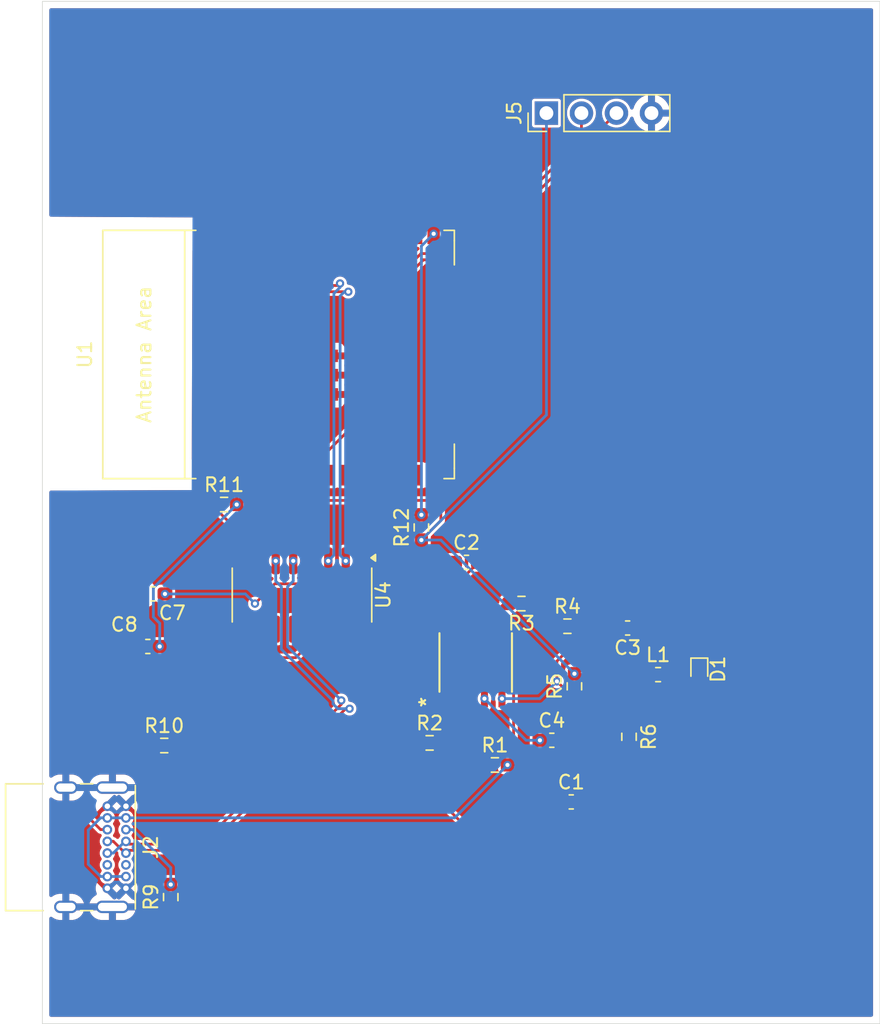
<source format=kicad_pcb>
(kicad_pcb (version 20241229) (generator "pcbnew") (generator_version "9.0")
  (layers (0 "F.Cu" signal) (2 "B.Cu" signal) (13 "F.Paste" user) (15 "B.Paste" user) (5 "F.SilkS" user "F.Silkscreen") (7 "B.SilkS" user "B.Silkscreen") (1 "F.Mask" user) (3 "B.Mask" user) (25 "Edge.Cuts" user))
  (net 0 "")
  (net 3 "VIN")
  (net 4 "GND")
  (net 5 "SW")
  (net 6 "BST")
  (net 7 "+3V3")
  (net 8 "COMP")
  (net 9 "Net-(C4-Pad2)")
  (net 10 "RTS")
  (net 11 "DTR")
  (net 13 "Net-(J2-CC2)")
  (net 14 "D+")
  (net 15 "D-")
  (net 16 "Net-(J2-CC1)")
  (net 17 "EN")
  (net 18 "FREQ")
  (net 19 "Net-(U2-FB)")
  (net 35 "N")
  (net 36 "P")
  (net 43 "unconnected-(U1-GPIO22-Pad36)")
  (net 44 "i2c+")
  (net 45 "i2c-")
  (footprint "MP1584:SOIC8E_MPS_MNP-L" (layer "F.Cu") (at 102.71 95.88 90)
    (property "Reference" "U2" (hide yes))
    (property "Value" "MP1584EN-LF-P")
    (fp_line (start 2.1209 -2.6289) (end -2.1209 -2.6289) (stroke (width 0.1524)) (layer "F.SilkS"))
    (fp_line (start -2.1209 2.6289) (end 2.1209 2.6289) (stroke (width 0.1524)) (layer "F.SilkS"))
    (fp_text user "*" (at -2.87535 -3.556 90) (layer "F.SilkS"))
    (fp_text user "*" (at -2.87535 -3.556 90) (layer "F.SilkS"))
    (pad "1" smd rect (at -2.621351 -1.905 90) (size 1.2549 0.508) (layers "F.Cu" "F.Mask" "F.Paste") (net 5 "SW"))
    (pad "2" smd rect (at -2.621351 -0.635 90) (size 1.2549 0.508) (layers "F.Cu" "F.Mask" "F.Paste") (net 17 "EN"))
    (pad "3" smd rect (at -2.621351 0.635 90) (size 1.2549 0.508) (layers "F.Cu" "F.Mask" "F.Paste") (net 8 "COMP"))
    (pad "4" smd rect (at -2.621351 1.905 90) (size 1.2549 0.508) (layers "F.Cu" "F.Mask" "F.Paste") (net 19 "Net-(U2-FB)"))
    (pad "5" smd rect (at 2.621351 1.905 90) (size 1.2549 0.508) (layers "F.Cu" "F.Mask" "F.Paste") (net 4 "GND"))
    (pad "6" smd rect (at 2.621351 0.635 90) (size 1.2549 0.508) (layers "F.Cu" "F.Mask" "F.Paste") (net 18 "FREQ"))
    (pad "7" smd rect (at 2.621351 -0.635 90) (size 1.2549 0.508) (layers "F.Cu" "F.Mask" "F.Paste") (net 3 "VIN"))
    (pad "8" smd rect (at 2.621351 -1.905 90) (size 1.2549 0.508) (layers "F.Cu" "F.Mask" "F.Paste") (net 6 "BST"))
    (pad "EPAD" smd rect (at 0 0 90) (size 2.5654 3.4544) (layers "F.Cu" "F.Mask"))
  )
  (footprint "Capacitor_SMD:C_0603_1608Metric_Pad1.08x0.95mm_HandSolder" (layer "F.Cu") (at 79.3075 90.91 180)
    (property "Reference" "C7" (at -1.3925 -1.38 0) (layer "F.SilkS"))
    (property "Value" "10uF")
    (fp_line (start -0.146267 0.51) (end 0.146267 0.51) (stroke (width 0.12)) (layer "F.SilkS"))
    (fp_line (start -0.146267 -0.51) (end 0.146267 -0.51) (stroke (width 0.12)) (layer "F.SilkS"))
    (pad "1" smd roundrect (at -0.8625 0 180) (size 1.075 0.95) (layers "F.Cu" "F.Mask" "F.Paste") (net 10 "RTS"))
    (pad "2" smd roundrect (at 0.8625 0 180) (size 1.075 0.95) (layers "F.Cu" "F.Mask" "F.Paste") (net 4 "GND"))
  )
  (footprint "Capacitor_SMD:C_0603_1608Metric_Pad1.08x0.95mm_HandSolder" (layer "F.Cu") (at 102.0425 88.62)
    (property "Reference" "C2" (at 0 -1.43 0) (layer "F.SilkS"))
    (property "Value" "100nF")
    (fp_line (start -0.146267 -0.51) (end 0.146267 -0.51) (stroke (width 0.12)) (layer "F.SilkS"))
    (fp_line (start -0.146267 0.51) (end 0.146267 0.51) (stroke (width 0.12)) (layer "F.SilkS"))
    (pad "1" smd roundrect (at -0.8625 0) (size 1.075 0.95) (layers "F.Cu" "F.Mask" "F.Paste") (net 6 "BST"))
    (pad "2" smd roundrect (at 0.8625 0) (size 1.075 0.95) (layers "F.Cu" "F.Mask" "F.Paste") (net 5 "SW"))
  )
  (footprint "Resistor_SMD:R_0603_1608Metric_Pad0.98x0.95mm_HandSolder" (layer "F.Cu") (at 98.77 86.09 90)
    (property "Reference" "R12" (at 0 -1.43 90) (layer "F.SilkS"))
    (property "Value" "10k")
    (fp_line (start -0.254724 -0.5225) (end 0.254724 -0.5225) (stroke (width 0.12)) (layer "F.SilkS"))
    (fp_line (start -0.254724 0.5225) (end 0.254724 0.5225) (stroke (width 0.12)) (layer "F.SilkS"))
    (pad "1" smd roundrect (at -0.9125 0 90) (size 0.975 0.95) (layers "F.Cu" "F.Mask" "F.Paste") (net 7 "+3V3"))
    (pad "2" smd roundrect (at 0.9125 0 90) (size 0.975 0.95) (layers "F.Cu" "F.Mask" "F.Paste") (net 10 "RTS"))
  )
  (footprint "Resistor_SMD:R_0603_1608Metric_Pad0.98x0.95mm_HandSolder" (layer "F.Cu") (at 80.1175 101.9)
    (property "Reference" "R10" (at 0 -1.43 0) (layer "F.SilkS"))
    (property "Value" "5.1k")
    (fp_line (start -0.254724 -0.5225) (end 0.254724 -0.5225) (stroke (width 0.12)) (layer "F.SilkS"))
    (fp_line (start -0.254724 0.5225) (end 0.254724 0.5225) (stroke (width 0.12)) (layer "F.SilkS"))
    (pad "1" smd roundrect (at -0.9125 0) (size 0.975 0.95) (layers "F.Cu" "F.Mask" "F.Paste") (net 4 "GND"))
    (pad "2" smd roundrect (at 0.9125 0) (size 0.975 0.95) (layers "F.Cu" "F.Mask" "F.Paste") (net 13 "Net-(J2-CC2)"))
  )
  (footprint "Package_SO:SOIC-16_3.9x9.9mm_P1.27mm" (layer "F.Cu") (at 90.11 90.99 -90)
    (property "Reference" "U4" (at 0 -5.9 90) (layer "F.SilkS"))
    (property "Value" "CH340C")
    (fp_line (start 0 5.06) (end -1.95 5.06) (stroke (width 0.12)) (layer "F.SilkS"))
    (fp_line (start 0 5.06) (end 1.95 5.06) (stroke (width 0.12)) (layer "F.SilkS"))
    (fp_line (start 0 -5.06) (end -1.95 -5.06) (stroke (width 0.12)) (layer "F.SilkS"))
    (fp_line (start 0 -5.06) (end 1.95 -5.06) (stroke (width 0.12)) (layer "F.SilkS"))
    (fp_poly (pts (xy -2.7 -5.005) (xy -2.94 -5.335) (xy -2.46 -5.335) (xy -2.7 -5.005)) (stroke (width 0.12)) (fill yes) (layer "F.SilkS"))
    (pad "1" smd roundrect (at -2.475 -4.445 270) (size 1.95 0.6) (layers "F.Cu" "F.Mask" "F.Paste") (net 4 "GND"))
    (pad "2" smd roundrect (at -2.475 -3.175 270) (size 1.95 0.6) (layers "F.Cu" "F.Mask" "F.Paste") (net 35 "N"))
    (pad "3" smd roundrect (at -2.475 -1.905 270) (size 1.95 0.6) (layers "F.Cu" "F.Mask" "F.Paste") (net 36 "P"))
    (pad "4" smd roundrect (at -2.475 -0.635 270) (size 1.95 0.6) (layers "F.Cu" "F.Mask" "F.Paste"))
    (pad "5" smd roundrect (at -2.475 0.635 270) (size 1.95 0.6) (layers "F.Cu" "F.Mask" "F.Paste") (net 14 "D+"))
    (pad "6" smd roundrect (at -2.475 1.905 270) (size 1.95 0.6) (layers "F.Cu" "F.Mask" "F.Paste") (net 15 "D-"))
    (pad "7" smd roundrect (at -2.475 3.175 270) (size 1.95 0.6) (layers "F.Cu" "F.Mask" "F.Paste"))
    (pad "8" smd roundrect (at -2.475 4.445 270) (size 1.95 0.6) (layers "F.Cu" "F.Mask" "F.Paste"))
    (pad "9" smd roundrect (at 2.475 4.445 270) (size 1.95 0.6) (layers "F.Cu" "F.Mask" "F.Paste"))
    (pad "10" smd roundrect (at 2.475 3.175 270) (size 1.95 0.6) (layers "F.Cu" "F.Mask" "F.Paste"))
    (pad "11" smd roundrect (at 2.475 1.905 270) (size 1.95 0.6) (layers "F.Cu" "F.Mask" "F.Paste"))
    (pad "12" smd roundrect (at 2.475 0.635 270) (size 1.95 0.6) (layers "F.Cu" "F.Mask" "F.Paste"))
    (pad "13" smd roundrect (at 2.475 -0.635 270) (size 1.95 0.6) (layers "F.Cu" "F.Mask" "F.Paste") (net 11 "DTR"))
    (pad "14" smd roundrect (at 2.475 -1.905 270) (size 1.95 0.6) (layers "F.Cu" "F.Mask" "F.Paste") (net 10 "RTS"))
    (pad "15" smd roundrect (at 2.475 -3.175 270) (size 1.95 0.6) (layers "F.Cu" "F.Mask" "F.Paste"))
    (pad "16" smd roundrect (at 2.475 -4.445 270) (size 1.95 0.6) (layers "F.Cu" "F.Mask" "F.Paste") (net 7 "+3V3"))
  )
  (footprint "Capacitor_SMD:C_0603_1608Metric_Pad1.08x0.95mm_HandSolder" (layer "F.Cu") (at 113.73 93.38 180)
    (property "Reference" "C3" (at 0 -1.43 0) (layer "F.SilkS"))
    (property "Value" "22uF")
    (fp_line (start -0.146267 0.51) (end 0.146267 0.51) (stroke (width 0.12)) (layer "F.SilkS"))
    (fp_line (start -0.146267 -0.51) (end 0.146267 -0.51) (stroke (width 0.12)) (layer "F.SilkS"))
    (pad "1" smd roundrect (at -0.8625 0 180) (size 1.075 0.95) (layers "F.Cu" "F.Mask" "F.Paste") (net 7 "+3V3"))
    (pad "2" smd roundrect (at 0.8625 0 180) (size 1.075 0.95) (layers "F.Cu" "F.Mask" "F.Paste") (net 4 "GND"))
  )
  (footprint "Connector_PinHeader_2.54mm:PinHeader_1x04_P2.54mm_Vertical" (layer "F.Cu") (at 107.84 56.05 90)
    (property "Reference" "J5" (at 0 -2.33 90) (layer "F.SilkS"))
    (property "Value" "Display Connector")
    (fp_line (start -1.33 -1.33) (end 0 -1.33) (stroke (width 0.12)) (layer "F.SilkS"))
    (fp_line (start -1.33 0) (end -1.33 -1.33) (stroke (width 0.12)) (layer "F.SilkS"))
    (fp_line (start 1.33 1.27) (end 1.33 8.95) (stroke (width 0.12)) (layer "F.SilkS"))
    (fp_line (start -1.33 1.27) (end 1.33 1.27) (stroke (width 0.12)) (layer "F.SilkS"))
    (fp_line (start -1.33 1.27) (end -1.33 8.95) (stroke (width 0.12)) (layer "F.SilkS"))
    (fp_line (start -1.33 8.95) (end 1.33 8.95) (stroke (width 0.12)) (layer "F.SilkS"))
    (pad "1" thru_hole rect (at 0 0 90) (size 1.7 1.7) (drill 1) (layers "*.Cu" "*.Mask") (net 7 "+3V3"))
    (pad "2" thru_hole oval (at 0 2.54 90) (size 1.7 1.7) (drill 1) (layers "*.Cu" "*.Mask") (net 44 "i2c+"))
    (pad "3" thru_hole oval (at 0 5.08 90) (size 1.7 1.7) (drill 1) (layers "*.Cu" "*.Mask") (net 45 "i2c-"))
    (pad "4" thru_hole oval (at 0 7.62 90) (size 1.7 1.7) (drill 1) (layers "*.Cu" "*.Mask") (net 4 "GND"))
  )
  (footprint "Resistor_SMD:R_0603_1608Metric_Pad0.98x0.95mm_HandSolder" (layer "F.Cu") (at 99.3675 101.71)
    (property "Reference" "R2" (at 0 -1.43 0) (layer "F.SilkS"))
    (property "Value" "24.9k")
    (fp_line (start -0.254724 -0.5225) (end 0.254724 -0.5225) (stroke (width 0.12)) (layer "F.SilkS"))
    (fp_line (start -0.254724 0.5225) (end 0.254724 0.5225) (stroke (width 0.12)) (layer "F.SilkS"))
    (pad "1" smd roundrect (at -0.9125 0) (size 0.975 0.95) (layers "F.Cu" "F.Mask" "F.Paste") (net 4 "GND"))
    (pad "2" smd roundrect (at 0.9125 0) (size 0.975 0.95) (layers "F.Cu" "F.Mask" "F.Paste") (net 17 "EN"))
  )
  (footprint "Resistor_SMD:R_0603_1608Metric_Pad0.98x0.95mm_HandSolder" (layer "F.Cu") (at 106.03 91.61 180)
    (property "Reference" "R3" (at 0 -1.43 0) (layer "F.SilkS"))
    (property "Value" "200k")
    (fp_line (start -0.254724 0.5225) (end 0.254724 0.5225) (stroke (width 0.12)) (layer "F.SilkS"))
    (fp_line (start -0.254724 -0.5225) (end 0.254724 -0.5225) (stroke (width 0.12)) (layer "F.SilkS"))
    (pad "1" smd roundrect (at -0.9125 0 180) (size 0.975 0.95) (layers "F.Cu" "F.Mask" "F.Paste") (net 4 "GND"))
    (pad "2" smd roundrect (at 0.9125 0 180) (size 0.975 0.95) (layers "F.Cu" "F.Mask" "F.Paste") (net 18 "FREQ"))
  )
  (footprint "Capacitor_SMD:C_0603_1608Metric_Pad1.08x0.95mm_HandSolder" (layer "F.Cu") (at 109.64 105.99)
    (property "Reference" "C1" (at 0 -1.43 0) (layer "F.SilkS"))
    (property "Value" "10uF")
    (fp_line (start -0.146267 -0.51) (end 0.146267 -0.51) (stroke (width 0.12)) (layer "F.SilkS"))
    (fp_line (start -0.146267 0.51) (end 0.146267 0.51) (stroke (width 0.12)) (layer "F.SilkS"))
    (pad "1" smd roundrect (at -0.8625 0) (size 1.075 0.95) (layers "F.Cu" "F.Mask" "F.Paste") (net 3 "VIN"))
    (pad "2" smd roundrect (at 0.8625 0) (size 1.075 0.95) (layers "F.Cu" "F.Mask" "F.Paste") (net 4 "GND"))
  )
  (footprint "Resistor_SMD:R_0603_1608Metric_Pad0.98x0.95mm_HandSolder" (layer "F.Cu") (at 80.59 112.89 90)
    (property "Reference" "R9" (at 0 -1.43 90) (layer "F.SilkS"))
    (property "Value" "5.1k")
    (fp_line (start -0.254724 -0.5225) (end 0.254724 -0.5225) (stroke (width 0.12)) (layer "F.SilkS"))
    (fp_line (start -0.254724 0.5225) (end 0.254724 0.5225) (stroke (width 0.12)) (layer "F.SilkS"))
    (pad "1" smd roundrect (at -0.9125 0 90) (size 0.975 0.95) (layers "F.Cu" "F.Mask" "F.Paste") (net 4 "GND"))
    (pad "2" smd roundrect (at 0.9125 0 90) (size 0.975 0.95) (layers "F.Cu" "F.Mask" "F.Paste") (net 16 "Net-(J2-CC1)"))
  )
  (footprint "PCM_Espressif:ESP32-WROOM-32E" (layer "F.Cu") (at 90.16 73.55 90)
    (property "Reference" "U1" (at 0 -15.8 90) (layer "F.SilkS"))
    (property "Value" "ESP32-WROOM-E")
    (fp_line (start 9 -14.5) (end 9 -7.75) (stroke (width 0.12)) (layer "F.SilkS"))
    (fp_line (start -9 -14.5) (end 9 -14.5) (stroke (width 0.12)) (layer "F.SilkS"))
    (fp_line (start -9 -14.5) (end -9 -7.75) (stroke (width 0.12)) (layer "F.SilkS"))
    (fp_line (start 9 -8.56) (end -9 -8.56) (stroke (width 0.12)) (layer "F.SilkS"))
    (fp_line (start 9 10.25) (end 9 11) (stroke (width 0.12)) (layer "F.SilkS"))
    (fp_line (start -9 10.25) (end -9 11) (stroke (width 0.12)) (layer "F.SilkS"))
    (fp_line (start 9 11) (end 8.25 11) (stroke (width 0.12)) (layer "F.SilkS"))
    (fp_line (start 8.25 11) (end 6.5 11) (stroke (width 0.12)) (layer "F.SilkS"))
    (fp_line (start -8.25 11) (end -6.5 11) (stroke (width 0.12)) (layer "F.SilkS"))
    (fp_line (start -9 11) (end -8.25 11) (stroke (width 0.12)) (layer "F.SilkS"))
    (fp_text user "Antenna Area" (at 0 -11.5 90) (layer "F.SilkS"))
    (pad "1" smd rect (at -8.75 -7.01 90) (size 1.5 0.9) (layers "F.Cu" "F.Mask" "F.Paste") (net 4 "GND"))
    (pad "2" smd rect (at -8.75 -5.74 90) (size 1.5 0.9) (layers "F.Cu" "F.Mask" "F.Paste") (net 7 "+3V3"))
    (pad "3" smd rect (at -8.75 -4.47 90) (size 1.5 0.9) (layers "F.Cu" "F.Mask" "F.Paste") (net 11 "DTR"))
    (pad "4" smd rect (at -8.75 -3.2 90) (size 1.5 0.9) (layers "F.Cu" "F.Mask" "F.Paste"))
    (pad "5" smd rect (at -8.75 -1.93 90) (size 1.5 0.9) (layers "F.Cu" "F.Mask" "F.Paste"))
    (pad "6" smd rect (at -8.75 -0.66 90) (size 1.5 0.9) (layers "F.Cu" "F.Mask" "F.Paste"))
    (pad "7" smd rect (at -8.75 0.61 90) (size 1.5 0.9) (layers "F.Cu" "F.Mask" "F.Paste") (net 44 "i2c+"))
    (pad "8" smd rect (at -8.75 1.88 90) (size 1.5 0.9) (layers "F.Cu" "F.Mask" "F.Paste"))
    (pad "9" smd rect (at -8.75 3.15 90) (size 1.5 0.9) (layers "F.Cu" "F.Mask" "F.Paste"))
    (pad "10" smd rect (at -8.75 4.42 90) (size 1.5 0.9) (layers "F.Cu" "F.Mask" "F.Paste") (net 45 "i2c-"))
    (pad "11" smd rect (at -8.75 5.69 90) (size 1.5 0.9) (layers "F.Cu" "F.Mask" "F.Paste"))
    (pad "12" smd rect (at -8.75 6.96 90) (size 1.5 0.9) (layers "F.Cu" "F.Mask" "F.Paste"))
    (pad "13" smd rect (at -8.75 8.23 90) (size 1.5 0.9) (layers "F.Cu" "F.Mask" "F.Paste"))
    (pad "14" smd rect (at -8.75 9.5 90) (size 1.5 0.9) (layers "F.Cu" "F.Mask" "F.Paste"))
    (pad "15" smd rect (at -5.72 10.75 180) (size 1.5 0.9) (layers "F.Cu" "F.Mask" "F.Paste") (net 4 "GND"))
    (pad "16" smd rect (at -4.45 10.75 180) (size 1.5 0.9) (layers "F.Cu" "F.Mask" "F.Paste"))
    (pad "17" smd rect (at -3.18 10.75 180) (size 1.5 0.9) (layers "F.Cu" "F.Mask" "F.Paste"))
    (pad "18" smd rect (at -1.91 10.75 180) (size 1.5 0.9) (layers "F.Cu" "F.Mask" "F.Paste"))
    (pad "19" smd rect (at -0.64 10.75 180) (size 1.5 0.9) (layers "F.Cu" "F.Mask" "F.Paste"))
    (pad "20" smd rect (at 0.63 10.75 180) (size 1.5 0.9) (layers "F.Cu" "F.Mask" "F.Paste"))
    (pad "21" smd rect (at 1.9 10.75 180) (size 1.5 0.9) (layers "F.Cu" "F.Mask" "F.Paste"))
    (pad "22" smd rect (at 3.17 10.75 180) (size 1.5 0.9) (layers "F.Cu" "F.Mask" "F.Paste"))
    (pad "23" smd rect (at 4.44 10.75 180) (size 1.5 0.9) (layers "F.Cu" "F.Mask" "F.Paste"))
    (pad "24" smd rect (at 5.71 10.75 180) (size 1.5 0.9) (layers "F.Cu" "F.Mask" "F.Paste"))
    (pad "25" smd rect (at 8.75 9.5 270) (size 1.5 0.9) (layers "F.Cu" "F.Mask" "F.Paste") (net 10 "RTS"))
    (pad "26" smd rect (at 8.75 8.23 270) (size 1.5 0.9) (layers "F.Cu" "F.Mask" "F.Paste"))
    (pad "27" smd rect (at 8.75 6.96 270) (size 1.5 0.9) (layers "F.Cu" "F.Mask" "F.Paste"))
    (pad "28" smd rect (at 8.75 5.69 270) (size 1.5 0.9) (layers "F.Cu" "F.Mask" "F.Paste"))
    (pad "29" smd rect (at 8.75 4.42 270) (size 1.5 0.9) (layers "F.Cu" "F.Mask" "F.Paste"))
    (pad "30" smd rect (at 8.75 3.15 270) (size 1.5 0.9) (layers "F.Cu" "F.Mask" "F.Paste"))
    (pad "31" smd rect (at 8.75 1.88 270) (size 1.5 0.9) (layers "F.Cu" "F.Mask" "F.Paste"))
    (pad "32" smd rect (at 8.75 0.61 270) (size 1.5 0.9) (layers "F.Cu" "F.Mask" "F.Paste"))
    (pad "33" smd rect (at 8.75 -0.66 270) (size 1.5 0.9) (layers "F.Cu" "F.Mask" "F.Paste"))
    (pad "34" smd rect (at 8.75 -1.93 270) (size 1.5 0.9) (layers "F.Cu" "F.Mask" "F.Paste") (net 36 "P"))
    (pad "35" smd rect (at 8.75 -3.2 270) (size 1.5 0.9) (layers "F.Cu" "F.Mask" "F.Paste") (net 35 "N"))
    (pad "36" smd rect (at 8.75 -4.47 270) (size 1.5 0.9) (layers "F.Cu" "F.Mask" "F.Paste") (net 43 "unconnected-(U1-GPIO22-Pad36)"))
    (pad "37" smd rect (at 8.75 -5.74 270) (size 1.5 0.9) (layers "F.Cu" "F.Mask" "F.Paste"))
    (pad "38" smd rect (at 8.75 -7.01 270) (size 1.5 0.9) (layers "F.Cu" "F.Mask" "F.Paste") (net 4 "GND"))
    (pad "39" smd rect (at -2.9 -0.69 270) (size 0.9 0.9) (layers "F.Cu" "F.Mask" "F.Paste") (net 4 "GND"))
    (pad "39" smd rect (at -2.9 -0.69 270) (size 0.9 0.9) (layers "F.Cu" "F.Mask" "F.Paste") (net 4 "GND"))
    (pad "39" smd rect (at -2.9 0.71 270) (size 0.9 0.9) (layers "F.Cu" "F.Mask" "F.Paste") (net 4 "GND"))
    (pad "39" smd rect (at -2.9 2.11 270) (size 0.9 0.9) (layers "F.Cu" "F.Mask" "F.Paste") (net 4 "GND"))
    (pad "39" smd rect (at -2.9 2.11 270) (size 0.9 0.9) (layers "F.Cu" "F.Mask" "F.Paste") (net 4 "GND"))
    (pad "39" smd rect (at -1.5 -0.69 270) (size 0.9 0.9) (layers "F.Cu" "F.Mask" "F.Paste") (net 4 "GND"))
    (pad "39" smd rect (at -1.5 0.71 270) (size 0.9 0.9) (layers "F.Cu" "F.Mask" "F.Paste") (net 4 "GND"))
    (pad "39" smd rect (at -1.5 2.11 270) (size 0.9 0.9) (layers "F.Cu" "F.Mask" "F.Paste") (net 4 "GND"))
    (pad "39" smd rect (at -1.5 2.11 270) (size 0.9 0.9) (layers "F.Cu" "F.Mask" "F.Paste") (net 4 "GND"))
    (pad "39" smd rect (at -0.1 -0.69 270) (size 0.9 0.9) (layers "F.Cu" "F.Mask" "F.Paste") (net 4 "GND"))
    (pad "39" smd rect (at -0.1 0.71 270) (size 0.9 0.9) (layers "F.Cu" "F.Mask" "F.Paste") (net 4 "GND"))
    (pad "39" smd rect (at -0.1 2.11 270) (size 0.9 0.9) (layers "F.Cu" "F.Mask" "F.Paste") (net 4 "GND"))
    (zone (net 0) (net_name "") (layers "F.Cu" "B.Cu") (name "antenna keepout") (connect_pads (clearance 0)) (min_thickness 0.254)
      (keepout (tracks not_allowed) (vias not_allowed) (pads not_allowed) (copperpour not_allowed) (footprints not_allowed))
      (fill (thermal_gap 0.508) (thermal_bridge_width 0.508))
      (polygon (pts (xy 81.61 64.55) (xy 81.61 82.55) (xy 75.66 82.55) (xy 75.66 64.55)))
    )
  )
  (footprint "Diode_SMD:D_SOD-882" (layer "F.Cu") (at 118.93 96.3725 -90)
    (property "Reference" "D1" (at 0 -1.35 270) (layer "F.SilkS"))
    (property "Value" "D_Schottky")
    (fp_line (start -0.81 0.61) (end 0.5 0.61) (stroke (width 0.12)) (layer "F.SilkS"))
    (fp_line (start -0.81 -0.61) (end -0.81 0.61) (stroke (width 0.12)) (layer "F.SilkS"))
    (fp_line (start -0.81 -0.61) (end 0.5 -0.61) (stroke (width 0.12)) (layer "F.SilkS"))
    (pad "1" smd roundrect (at -0.35 0 270) (size 0.4 0.7) (layers "F.Cu" "F.Mask") (roundrect_rratio 0.125) (net 4 "GND"))
    (pad "2" smd roundrect (at 0.35 0 270) (size 0.4 0.7) (layers "F.Cu" "F.Mask") (roundrect_rratio 0.125) (net 5 "SW"))
  )
  (footprint "Capacitor_SMD:C_0603_1608Metric_Pad1.08x0.95mm_HandSolder" (layer "F.Cu") (at 108.23 101.52)
    (property "Reference" "C4" (at 0 -1.43 0) (layer "F.SilkS"))
    (property "Value" "220pF")
    (fp_line (start -0.146267 -0.51) (end 0.146267 -0.51) (stroke (width 0.12)) (layer "F.SilkS"))
    (fp_line (start -0.146267 0.51) (end 0.146267 0.51) (stroke (width 0.12)) (layer "F.SilkS"))
    (pad "1" smd roundrect (at -0.8625 0) (size 1.075 0.95) (layers "F.Cu" "F.Mask" "F.Paste") (net 8 "COMP"))
    (pad "2" smd roundrect (at 0.8625 0) (size 1.075 0.95) (layers "F.Cu" "F.Mask" "F.Paste") (net 9 "Net-(C4-Pad2)"))
  )
  (footprint "Capacitor_SMD:C_0603_1608Metric_Pad1.08x0.95mm_HandSolder" (layer "F.Cu") (at 78.9275 94.72)
    (property "Reference" "C8" (at -1.7075 -1.59 0) (layer "F.SilkS"))
    (property "Value" "10uF")
    (fp_line (start -0.146267 -0.51) (end 0.146267 -0.51) (stroke (width 0.12)) (layer "F.SilkS"))
    (fp_line (start -0.146267 0.51) (end 0.146267 0.51) (stroke (width 0.12)) (layer "F.SilkS"))
    (pad "1" smd roundrect (at -0.8625 0) (size 1.075 0.95) (layers "F.Cu" "F.Mask" "F.Paste") (net 4 "GND"))
    (pad "2" smd roundrect (at 0.8625 0) (size 1.075 0.95) (layers "F.Cu" "F.Mask" "F.Paste") (net 11 "DTR"))
  )
  (footprint "Connector_USB:USB_C_Receptacle_GCT_USB4085" (layer "F.Cu") (at 77.34 106.3 -90)
    (property "Reference" "J2" (at 2.975 -1.8 90) (layer "F.SilkS"))
    (property "Value" "USB_C_Receptacle_USB2.0_14P" (hide yes))
    (fp_line (start -1.62 8.73) (end 7.57 8.73) (stroke (width 0.12)) (layer "F.SilkS"))
    (fp_line (start -1.62 6) (end -1.62 8.73) (stroke (width 0.12)) (layer "F.SilkS"))
    (fp_line (start 7.57 6) (end 7.57 8.73) (stroke (width 0.12)) (layer "F.SilkS"))
    (fp_line (start -1.62 2.4) (end -1.62 3.3) (stroke (width 0.12)) (layer "F.SilkS"))
    (fp_line (start 7.57 2.4) (end 7.57 3.3) (stroke (width 0.12)) (layer "F.SilkS"))
    (fp_line (start -1.5 -0.68) (end 7.45 -0.68) (stroke (width 0.12)) (layer "F.SilkS"))
    (pad "A1" thru_hole circle (at 0 0 270) (size 0.7 0.7) (drill 0.4) (layers "*.Cu" "*.Mask") (net 4 "GND"))
    (pad "A4" thru_hole circle (at 0.85 0 270) (size 0.7 0.7) (drill 0.4) (layers "*.Cu" "*.Mask") (net 3 "VIN"))
    (pad "A5" thru_hole circle (at 1.7 0 270) (size 0.7 0.7) (drill 0.4) (layers "*.Cu" "*.Mask") (net 16 "Net-(J2-CC1)"))
    (pad "A6" thru_hole circle (at 2.55 0 270) (size 0.7 0.7) (drill 0.4) (layers "*.Cu" "*.Mask") (net 14 "D+"))
    (pad "A7" thru_hole circle (at 3.4 0 270) (size 0.7 0.7) (drill 0.4) (layers "*.Cu" "*.Mask") (net 15 "D-"))
    (pad "A8" thru_hole circle (at 4.25 0 270) (size 0.7 0.7) (drill 0.4) (layers "*.Cu" "*.Mask"))
    (pad "A9" thru_hole circle (at 5.1 0 270) (size 0.7 0.7) (drill 0.4) (layers "*.Cu" "*.Mask") (net 3 "VIN"))
    (pad "A12" thru_hole circle (at 5.95 0 270) (size 0.7 0.7) (drill 0.4) (layers "*.Cu" "*.Mask") (net 4 "GND"))
    (pad "B1" thru_hole circle (at 5.95 1.35 270) (size 0.7 0.7) (drill 0.4) (layers "*.Cu" "*.Mask") (net 4 "GND"))
    (pad "B4" thru_hole circle (at 5.1 1.35 270) (size 0.7 0.7) (drill 0.4) (layers "*.Cu" "*.Mask") (net 3 "VIN"))
    (pad "B5" thru_hole circle (at 4.25 1.35 270) (size 0.7 0.7) (drill 0.4) (layers "*.Cu" "*.Mask") (net 13 "Net-(J2-CC2)"))
    (pad "B6" thru_hole circle (at 3.4 1.35 270) (size 0.7 0.7) (drill 0.4) (layers "*.Cu" "*.Mask") (net 14 "D+"))
    (pad "B7" thru_hole circle (at 2.55 1.35 270) (size 0.7 0.7) (drill 0.4) (layers "*.Cu" "*.Mask") (net 15 "D-"))
    (pad "B8" thru_hole circle (at 1.7 1.35 270) (size 0.7 0.7) (drill 0.4) (layers "*.Cu" "*.Mask"))
    (pad "B9" thru_hole circle (at 0.85 1.35 270) (size 0.7 0.7) (drill 0.4) (layers "*.Cu" "*.Mask") (net 3 "VIN"))
    (pad "B12" thru_hole circle (at 0 1.35 270) (size 0.7 0.7) (drill 0.4) (layers "*.Cu" "*.Mask") (net 4 "GND"))
    (pad "S1" thru_hole oval (at -1.35 0.98 270) (size 0.9 2.4) (drill oval 0.6 2.1) (layers "*.Cu" "*.Mask") (net 4 "GND"))
    (pad "S1" thru_hole oval (at -1.35 4.36 270) (size 0.9 1.7) (drill oval 0.6 1.4) (layers "*.Cu" "*.Mask") (net 4 "GND"))
    (pad "S1" thru_hole oval (at 7.3 0.98 270) (size 0.9 2.4) (drill oval 0.6 2.1) (layers "*.Cu" "*.Mask") (net 4 "GND"))
    (pad "S1" thru_hole oval (at 7.3 4.36 270) (size 0.9 1.7) (drill oval 0.6 1.4) (layers "*.Cu" "*.Mask") (net 4 "GND"))
  )
  (footprint "Resistor_SMD:R_0603_1608Metric_Pad0.98x0.95mm_HandSolder" (layer "F.Cu") (at 109.87 97.6075 90)
    (property "Reference" "R5" (at 0 -1.43 90) (layer "F.SilkS"))
    (property "Value" "124k")
    (fp_line (start -0.254724 -0.5225) (end 0.254724 -0.5225) (stroke (width 0.12)) (layer "F.SilkS"))
    (fp_line (start -0.254724 0.5225) (end 0.254724 0.5225) (stroke (width 0.12)) (layer "F.SilkS"))
    (pad "1" smd roundrect (at -0.9125 0 90) (size 0.975 0.95) (layers "F.Cu" "F.Mask" "F.Paste") (net 19 "Net-(U2-FB)"))
    (pad "2" smd roundrect (at 0.9125 0 90) (size 0.975 0.95) (layers "F.Cu" "F.Mask" "F.Paste") (net 7 "+3V3"))
  )
  (footprint "Resistor_SMD:R_0603_1608Metric_Pad0.98x0.95mm_HandSolder" (layer "F.Cu") (at 104.1025 103.31)
    (property "Reference" "R1" (at 0 -1.43 0) (layer "F.SilkS"))
    (property "Value" "100k")
    (fp_line (start -0.254724 -0.5225) (end 0.254724 -0.5225) (stroke (width 0.12)) (layer "F.SilkS"))
    (fp_line (start -0.254724 0.5225) (end 0.254724 0.5225) (stroke (width 0.12)) (layer "F.SilkS"))
    (pad "1" smd roundrect (at -0.9125 0) (size 0.975 0.95) (layers "F.Cu" "F.Mask" "F.Paste") (net 17 "EN"))
    (pad "2" smd roundrect (at 0.9125 0) (size 0.975 0.95) (layers "F.Cu" "F.Mask" "F.Paste") (net 3 "VIN"))
  )
  (footprint "Resistor_SMD:R_0603_1608Metric_Pad0.98x0.95mm_HandSolder" (layer "F.Cu") (at 109.3625 93.25)
    (property "Reference" "R4" (at 0 -1.43 0) (layer "F.SilkS"))
    (property "Value" "40.2k")
    (fp_line (start -0.254724 -0.5225) (end 0.254724 -0.5225) (stroke (width 0.12)) (layer "F.SilkS"))
    (fp_line (start -0.254724 0.5225) (end 0.254724 0.5225) (stroke (width 0.12)) (layer "F.SilkS"))
    (pad "1" smd roundrect (at -0.9125 0) (size 0.975 0.95) (layers "F.Cu" "F.Mask" "F.Paste") (net 4 "GND"))
    (pad "2" smd roundrect (at 0.9125 0) (size 0.975 0.95) (layers "F.Cu" "F.Mask" "F.Paste") (net 19 "Net-(U2-FB)"))
  )
  (footprint "Resistor_SMD:R_0603_1608Metric_Pad0.98x0.95mm_HandSolder" (layer "F.Cu") (at 84.46 84.43)
    (property "Reference" "R11" (at 0 -1.43 0) (layer "F.SilkS"))
    (property "Value" "10k")
    (fp_line (start -0.254724 -0.5225) (end 0.254724 -0.5225) (stroke (width 0.12)) (layer "F.SilkS"))
    (fp_line (start -0.254724 0.5225) (end 0.254724 0.5225) (stroke (width 0.12)) (layer "F.SilkS"))
    (pad "1" smd roundrect (at -0.9125 0) (size 0.975 0.95) (layers "F.Cu" "F.Mask" "F.Paste") (net 7 "+3V3"))
    (pad "2" smd roundrect (at 0.9125 0) (size 0.975 0.95) (layers "F.Cu" "F.Mask" "F.Paste") (net 11 "DTR"))
  )
  (footprint "Resistor_SMD:R_0603_1608Metric_Pad0.98x0.95mm_HandSolder" (layer "F.Cu") (at 113.83 101.2675 -90)
    (property "Reference" "R6" (at 0 -1.43 90) (layer "F.SilkS"))
    (property "Value" "68.1k")
    (fp_line (start -0.254724 0.5225) (end 0.254724 0.5225) (stroke (width 0.12)) (layer "F.SilkS"))
    (fp_line (start -0.254724 -0.5225) (end 0.254724 -0.5225) (stroke (width 0.12)) (layer "F.SilkS"))
    (pad "1" smd roundrect (at -0.9125 0 270) (size 0.975 0.95) (layers "F.Cu" "F.Mask" "F.Paste") (net 4 "GND"))
    (pad "2" smd roundrect (at 0.9125 0 270) (size 0.975 0.95) (layers "F.Cu" "F.Mask" "F.Paste") (net 9 "Net-(C4-Pad2)"))
  )
  (footprint "Inductor_SMD:L_0603_1608Metric_Pad1.05x0.95mm_HandSolder" (layer "F.Cu") (at 115.94 96.76)
    (property "Reference" "L1" (at 0 -1.43 0) (layer "F.SilkS"))
    (property "Value" "10uH")
    (fp_line (start -0.171267 -0.51) (end 0.171267 -0.51) (stroke (width 0.12)) (layer "F.SilkS"))
    (fp_line (start -0.171267 0.51) (end 0.171267 0.51) (stroke (width 0.12)) (layer "F.SilkS"))
    (pad "1" smd roundrect (at -0.875 0) (size 1.05 0.95) (layers "F.Cu" "F.Mask" "F.Paste") (net 7 "+3V3"))
    (pad "2" smd roundrect (at 0.875 0) (size 1.05 0.95) (layers "F.Cu" "F.Mask" "F.Paste") (net 5 "SW"))
  )
  (gr_rect (start 71.28 47.95) (end 132.03 122.07) (stroke (width 0.05)) (fill no) (layer "Edge.Cuts"))
  (segment (start 104.6519 94.21) (end 102.82 94.21) (width 0.2) (layer "F.Cu") (net 3))
  (segment (start 105.015 103.31) (end 106.0975 103.31) (width 0.2) (layer "F.Cu") (net 3))
  (segment (start 106.0975 103.31) (end 108.7775 105.99) (width 0.2) (layer "F.Cu") (net 3))
  (segment (start 102.82 94.21) (end 102.075 93.465) (width 0.2) (layer "F.Cu") (net 3))
  (segment (start 105.46 102.865) (end 105.46 95.0181) (width 0.2) (layer "F.Cu") (net 3))
  (segment (start 105.46 95.0181) (end 104.6519 94.21) (width 0.2) (layer "F.Cu") (net 3))
  (segment (start 105.015 103.31) (end 105.46 102.865) (width 0.2) (layer "F.Cu") (net 3))
  (via (at 105.015 103.31) (size 0.6) (drill 0.3) (layers "F.Cu" "B.Cu") (net 3))
  (segment (start 75.500026 107.145) (end 74.61 108.035026) (width 0.2) (layer "B.Cu") (net 3))
  (segment (start 75.500026 111.395) (end 75.995 111.395) (width 0.2) (layer "B.Cu") (net 3))
  (segment (start 75.995 107.145) (end 75.500026 107.145) (width 0.2) (layer "B.Cu") (net 3))
  (segment (start 74.61 110.504974) (end 75.500026 111.395) (width 0.2) (layer "B.Cu") (net 3))
  (segment (start 75.995 111.395) (end 77.345 111.395) (width 0.2) (layer "B.Cu") (net 3))
  (segment (start 75.995 107.145) (end 77.345 107.145) (width 0.2) (layer "B.Cu") (net 3))
  (segment (start 77.345 107.145) (end 101.18 107.145) (width 0.2) (layer "B.Cu") (net 3))
  (segment (start 101.18 107.145) (end 105.015 103.31) (width 0.2) (layer "B.Cu") (net 3))
  (segment (start 74.61 108.035026) (end 74.61 110.504974) (width 0.2) (layer "B.Cu") (net 3))
  (segment (start 101.52 94.027099) (end 101.52 90.005) (width 0.2) (layer "F.Cu") (net 5))
  (segment (start 105.009 110.811) (end 109.159 110.811) (width 0.2) (layer "F.Cu") (net 5))
  (segment (start 100.6 94.45) (end 100.76 94.29) (width 0.2) (layer "F.Cu") (net 5))
  (segment (start 109.159 110.811) (end 116.815 103.155) (width 0.2) (layer "F.Cu") (net 5))
  (segment (start 99.4915 105.2935) (end 105.009 110.811) (width 0.2) (layer "F.Cu") (net 5))
  (segment (start 100.76 94.29) (end 101.257099 94.29) (width 0.2) (layer "F.Cu") (net 5))
  (segment (start 100.805 98.501351) (end 99.4915 99.814851) (width 0.2) (layer "F.Cu") (net 5))
  (segment (start 100.805 98.501351) (end 100.6 98.296351) (width 0.2) (layer "F.Cu") (net 5))
  (segment (start 116.815 103.155) (end 116.815 96.76) (width 0.2) (layer "F.Cu") (net 5))
  (segment (start 101.257099 94.29) (end 101.52 94.027099) (width 0.2) (layer "F.Cu") (net 5))
  (segment (start 101.52 90.005) (end 102.905 88.62) (width 0.2) (layer "F.Cu") (net 5))
  (segment (start 99.4915 99.814851) (end 99.4915 105.2935) (width 0.2) (layer "F.Cu") (net 5))
  (segment (start 116.815 96.76) (end 118.8925 96.76) (width 0.2) (layer "F.Cu") (net 5))
  (segment (start 100.6 98.296351) (end 100.6 94.45) (width 0.2) (layer "F.Cu") (net 5))
  (segment (start 118.8925 96.76) (end 118.93 96.7225) (width 0.2) (layer "F.Cu") (net 5))
  (segment (start 100.805 88.995) (end 101.18 88.62) (width 0.2) (layer "F.Cu") (net 6))
  (segment (start 100.805 93.258649) (end 100.805 88.995) (width 0.2) (layer "F.Cu") (net 6))
  (segment (start 83.5475 84.43) (end 84.7675 85.65) (width 0.2) (layer "F.Cu") (net 7))
  (segment (start 83.5475 84.43) (end 84.42 83.5575) (width 0.2) (layer "F.Cu") (net 7))
  (segment (start 100.18 84.73) (end 100.18 85.5925) (width 0.2) (layer "F.Cu") (net 7))
  (segment (start 88.98 84.13) (end 99.58 84.13) (width 0.2) (layer "F.Cu") (net 7))
  (segment (start 95.555 93.465) (end 94.555 93.465) (width 0.2) (layer "F.Cu") (net 7))
  (segment (start 114.5925 96.2875) (end 115.065 96.76) (width 0.2) (layer "F.Cu") (net 7))
  (segment (start 100.18 85.5925) (end 98.77 87.0025) (width 0.2) (layer "F.Cu") (net 7))
  (segment (start 98.77 90.28) (end 95.57 93.48) (width 0.2) (layer "F.Cu") (net 7))
  (segment (start 84.7675 85.65) (end 87.46 85.65) (width 0.2) (layer "F.Cu") (net 7))
  (segment (start 95.57 93.48) (end 95.555 93.465) (width 0.2) (layer "F.Cu") (net 7))
  (segment (start 98.77 87.0025) (end 98.77 90.28) (width 0.2) (layer "F.Cu") (net 7))
  (segment (start 114.5925 93.38) (end 114.5925 96.2875) (width 0.2) (layer "F.Cu") (net 7))
  (segment (start 99.58 84.13) (end 100.18 84.73) (width 0.2) (layer "F.Cu") (net 7))
  (segment (start 115.065 96.76) (end 109.935 96.76) (width 0.2) (layer "F.Cu") (net 7))
  (segment (start 84.42 83.5575) (end 84.42 82.3) (width 0.2) (layer "F.Cu") (net 7))
  (segment (start 87.46 85.65) (end 88.98 84.13) (width 0.2) (layer "F.Cu") (net 7))
  (via (at 109.87 96.695) (size 0.6) (drill 0.3) (layers "F.Cu" "B.Cu") (net 7))
  (via (at 98.77 87.0025) (size 0.6) (drill 0.3) (layers "F.Cu" "B.Cu") (net 7))
  (segment (start 107.84 77.9325) (end 107.84 56.05) (width 0.2) (layer "B.Cu") (net 7))
  (segment (start 109.87 96.695) (end 100.1775 87.0025) (width 0.2) (layer "B.Cu") (net 7))
  (segment (start 100.1775 87.0025) (end 98.77 87.0025) (width 0.2) (layer "B.Cu") (net 7))
  (segment (start 98.77 87.0025) (end 107.84 77.9325) (width 0.2) (layer "B.Cu") (net 7))
  (via (at 107.3675 101.52) (size 0.6) (drill 0.3) (layers "F.Cu" "B.Cu") (net 8))
  (via (at 103.345 98.501351) (size 0.6) (drill 0.3) (layers "F.Cu" "B.Cu") (net 8))
  (segment (start 106.363649 101.52) (end 107.3675 101.52) (width 0.2) (layer "B.Cu") (net 8))
  (segment (start 103.345 98.501351) (end 106.363649 101.52) (width 0.2) (layer "B.Cu") (net 8))
  (segment (start 109.7525 102.18) (end 109.0925 101.52) (width 0.2) (layer "F.Cu") (net 9))
  (segment (start 113.83 102.18) (end 109.7525 102.18) (width 0.2) (layer "F.Cu") (net 9))
  (segment (start 96.31 86.57) (end 97.7025 85.1775) (width 0.2) (layer "F.Cu") (net 10))
  (segment (start 86.698484 91.611516) (end 88.135 90.175) (width 0.2) (layer "F.Cu") (net 10))
  (segment (start 97.7025 85.1775) (end 98.77 85.1775) (width 0.2) (layer "F.Cu") (net 10))
  (segment (start 88.135 90.175) (end 91.96 90.175) (width 0.2) (layer "F.Cu") (net 10))
  (segment (start 96.31 89.29) (end 96.31 86.57) (width 0.2) (layer "F.Cu") (net 10))
  (segment (start 92.015 93.465) (end 92.015 90.23) (width 0.2) (layer "F.Cu") (net 10))
  (segment (start 91.96 90.175) (end 95.425 90.175) (width 0.2) (layer "F.Cu") (net 10))
  (segment (start 92.015 90.23) (end 91.96 90.175) (width 0.2) (layer "F.Cu") (net 10))
  (segment (start 95.425 90.175) (end 96.31 89.29) (width 0.2) (layer "F.Cu") (net 10))
  (via (at 86.698484 91.611516) (size 0.6) (drill 0.3) (layers "F.Cu" "B.Cu") (net 10))
  (via (at 99.66 64.8) (size 0.6) (drill 0.3) (layers "F.Cu" "B.Cu") (net 10))
  (via (at 80.17 90.91) (size 0.6) (drill 0.3) (layers "F.Cu" "B.Cu") (net 10))
  (via (at 98.77 85.1775) (size 0.6) (drill 0.3) (layers "F.Cu" "B.Cu") (net 10))
  (segment (start 98.77 85.1775) (end 98.77 65.69) (width 0.2) (layer "B.Cu") (net 10))
  (segment (start 98.77 65.69) (end 99.66 64.8) (width 0.2) (layer "B.Cu") (net 10))
  (segment (start 80.17 90.91) (end 85.996968 90.91) (width 0.2) (layer "B.Cu") (net 10))
  (segment (start 85.996968 90.91) (end 86.698484 91.611516) (width 0.2) (layer "B.Cu") (net 10))
  (segment (start 85.12 95.53) (end 84.31 94.72) (width 0.2) (layer "F.Cu") (net 11))
  (segment (start 90.745 93.465) (end 90.745 94.439999) (width 0.2) (layer "F.Cu") (net 11))
  (segment (start 84.31 94.72) (end 79.79 94.72) (width 0.2) (layer "F.Cu") (net 11))
  (segment (start 85.3725 84.43) (end 85.3725 82.6175) (width 0.2) (layer "F.Cu") (net 11))
  (segment (start 85.3725 82.6175) (end 85.69 82.3) (width 0.2) (layer "F.Cu") (net 11))
  (segment (start 90.745 94.439999) (end 89.654999 95.53) (width 0.2) (layer "F.Cu") (net 11))
  (segment (start 89.654999 95.53) (end 85.12 95.53) (width 0.2) (layer "F.Cu") (net 11))
  (via (at 85.3725 84.43) (size 0.6) (drill 0.3) (layers "F.Cu" "B.Cu") (net 11))
  (via (at 79.79 94.72) (size 0.6) (drill 0.3) (layers "F.Cu" "B.Cu") (net 11))
  (segment (start 79.33 92.58) (end 79.79 93.04) (width 0.2) (layer "B.Cu") (net 11))
  (segment (start 79.33 90.4725) (end 79.33 92.58) (width 0.2) (layer "B.Cu") (net 11))
  (segment (start 85.3725 84.43) (end 79.33 90.4725) (width 0.2) (layer "B.Cu") (net 11))
  (segment (start 79.79 93.04) (end 79.79 94.72) (width 0.2) (layer "B.Cu") (net 11))
  (segment (start 75.500026 107.995) (end 74.6 107.094974) (width 0.2) (layer "F.Cu") (net 13))
  (segment (start 79.64 103.29) (end 81.03 101.9) (width 0.2) (layer "F.Cu") (net 13))
  (segment (start 74.6 103.6) (end 74.91 103.29) (width 0.2) (layer "F.Cu") (net 13))
  (segment (start 75.995 107.995) (end 75.500026 107.995) (width 0.2) (layer "F.Cu") (net 13))
  (segment (start 74.91 103.29) (end 79.64 103.29) (width 0.2) (layer "F.Cu") (net 13))
  (segment (start 74.6 107.094974) (end 74.6 103.6) (width 0.2) (layer "F.Cu") (net 13))
  (segment (start 82.821802 109.049999) (end 92.959479 98.912322) (width 0.2) (layer "F.Cu") (net 14))
  (segment (start 77.34 108.85) (end 77.539999 109.049999) (width 0.2) (layer "F.Cu") (net 14))
  (segment (start 77.539999 109.049999) (end 82.821802 109.049999) (width 0.2) (layer "F.Cu") (net 14))
  (segment (start 92.959479 98.912322) (end 92.959479 98.629479) (width 0.2) (layer "F.Cu") (net 14))
  (via (at 89.475 88.515) (size 0.6) (drill 0.3) (layers "F.Cu" "B.Cu") (net 14))
  (via (at 92.959479 98.629479) (size 0.6) (drill 0.3) (layers "F.Cu" "B.Cu") (net 14))
  (segment (start 76.424346 109.695) (end 77.274346 108.845) (width 0.2) (layer "B.Cu") (net 14))
  (segment (start 89.065 94.735) (end 89.065 90.387501) (width 0.2) (layer "B.Cu") (net 14))
  (segment (start 89.475 89.977501) (end 89.475 88.515) (width 0.2) (layer "B.Cu") (net 14))
  (segment (start 92.959479 98.629479) (end 89.065 94.735) (width 0.2) (layer "B.Cu") (net 14))
  (segment (start 77.274346 108.845) (end 77.345 108.845) (width 0.2) (layer "B.Cu") (net 14))
  (segment (start 89.065 90.387501) (end 89.475 89.977501) (width 0.2) (layer "B.Cu") (net 14))
  (segment (start 75.995 109.695) (end 76.424346 109.695) (width 0.2) (layer "B.Cu") (net 14))
  (segment (start 76.424346 108.845) (end 77.274346 109.695) (width 0.2) (layer "F.Cu") (net 15))
  (segment (start 77.539999 109.500001) (end 83.008198 109.500001) (width 0.2) (layer "F.Cu") (net 15))
  (segment (start 77.34 109.7) (end 77.539999 109.500001) (width 0.2) (layer "F.Cu") (net 15))
  (segment (start 77.274346 109.695) (end 77.345 109.695) (width 0.2) (layer "F.Cu") (net 15))
  (segment (start 75.995 108.845) (end 76.424346 108.845) (width 0.2) (layer "F.Cu") (net 15))
  (segment (start 83.008198 109.500001) (end 93.277678 99.230521) (width 0.2) (layer "F.Cu") (net 15))
  (segment (start 93.277678 99.230521) (end 93.560521 99.230521) (width 0.2) (layer "F.Cu") (net 15))
  (via (at 93.560521 99.230521) (size 0.6) (drill 0.3) (layers "F.Cu" "B.Cu") (net 15))
  (via (at 88.205 88.515) (size 0.6) (drill 0.3) (layers "F.Cu" "B.Cu") (net 15))
  (segment (start 88.615 90.387501) (end 88.205 89.977501) (width 0.2) (layer "B.Cu") (net 15))
  (segment (start 92.358479 98.664875) (end 88.615 94.921396) (width 0.2) (layer "B.Cu") (net 15))
  (segment (start 92.710536 99.230479) (end 92.358479 98.878422) (width 0.2) (layer "B.Cu") (net 15))
  (segment (start 92.358479 98.878422) (end 92.358479 98.664875) (width 0.2) (layer "B.Cu") (net 15))
  (segment (start 88.205 89.977501) (end 88.205 88.515) (width 0.2) (layer "B.Cu") (net 15))
  (segment (start 93.560521 99.230521) (end 92.924125 99.230521) (width 0.2) (layer "B.Cu") (net 15))
  (segment (start 92.924083 99.230479) (end 92.710536 99.230479) (width 0.2) (layer "B.Cu") (net 15))
  (segment (start 92.924125 99.230521) (end 92.924083 99.230479) (width 0.2) (layer "B.Cu") (net 15))
  (segment (start 88.615 94.921396) (end 88.615 90.387501) (width 0.2) (layer "B.Cu") (net 15))
  (via (at 80.59 111.9775) (size 0.6) (drill 0.3) (layers "F.Cu" "B.Cu") (net 16))
  (segment (start 77.34 108) (end 77.834974 108) (width 0.2) (layer "B.Cu") (net 16))
  (segment (start 77.834974 108) (end 80.59 110.755026) (width 0.2) (layer "B.Cu") (net 16))
  (segment (start 80.59 110.755026) (end 80.59 111.9775) (width 0.2) (layer "B.Cu") (net 16))
  (segment (start 102.075 101.225) (end 102.075 98.501351) (width 0.2) (layer "F.Cu") (net 17))
  (segment (start 100.28 101.71) (end 101.59 101.71) (width 0.2) (layer "F.Cu") (net 17))
  (segment (start 101.59 101.71) (end 103.19 103.31) (width 0.2) (layer "F.Cu") (net 17))
  (segment (start 101.59 101.71) (end 102.075 101.225) (width 0.2) (layer "F.Cu") (net 17))
  (segment (start 103.345 93.045199) (end 104.780199 91.61) (width 0.2) (layer "F.Cu") (net 18))
  (segment (start 109.87 98.52) (end 108.6 97.25) (width 0.2) (layer "F.Cu") (net 19))
  (segment (start 108.6 95.78) (end 110.275 94.105) (width 0.2) (layer "F.Cu") (net 19))
  (segment (start 110.275 94.105) (end 110.275 93.25) (width 0.2) (layer "F.Cu") (net 19))
  (segment (start 108.6 97.25) (end 108.6 95.78) (width 0.2) (layer "F.Cu") (net 19))
  (via (at 104.615 98.501351) (size 0.6) (drill 0.3) (layers "F.Cu" "B.Cu") (net 19))
  (via (at 108.6 97.25) (size 0.6) (drill 0.3) (layers "F.Cu" "B.Cu") (net 19))
  (segment (start 108.6 97.25) (end 107.348649 98.501351) (width 0.2) (layer "B.Cu") (net 19))
  (segment (start 107.348649 98.501351) (end 104.615 98.501351) (width 0.2) (layer "B.Cu") (net 19))
  (segment (start 87.479 65.319) (end 86.96 64.8) (width 0.2) (layer "F.Cu") (net 35))
  (segment (start 88.011 65.851) (end 87.479 65.851) (width 0.2) (layer "F.Cu") (net 35))
  (segment (start 93.470521 69.000521) (end 91.160521 69.000521) (width 0.2) (layer "F.Cu") (net 35))
  (segment (start 87.479 65.851) (end 87.479 65.319) (width 0.2) (layer "F.Cu") (net 35))
  (segment (start 91.160521 69.000521) (end 88.011 65.851) (width 0.2) (layer "F.Cu") (net 35))
  (via (at 93.470521 69.000521) (size 0.6) (drill 0.3) (layers "F.Cu" "B.Cu") (net 35))
  (via (at 93.285 88.515) (size 0.6) (drill 0.3) (layers "F.Cu" "B.Cu") (net 35))
  (segment (start 92.875001 88.105001) (end 92.875001 69.313198) (width 0.2) (layer "B.Cu") (net 35))
  (segment (start 92.875001 69.313198) (end 93.187678 69.000521) (width 0.2) (layer "B.Cu") (net 35))
  (segment (start 93.187678 69.000521) (end 93.470521 69.000521) (width 0.2) (layer "B.Cu") (net 35))
  (segment (start 93.285 88.515) (end 92.875001 88.105001) (width 0.2) (layer "B.Cu") (net 35))
  (segment (start 92.869479 68.399479) (end 92.718438 68.55052) (width 0.2) (layer "F.Cu") (net 36))
  (segment (start 91.346917 68.55052) (end 88.23 65.433603) (width 0.2) (layer "F.Cu") (net 36))
  (segment (start 88.23 65.433603) (end 88.23 64.8) (width 0.2) (layer "F.Cu") (net 36))
  (segment (start 92.718438 68.55052) (end 91.346917 68.55052) (width 0.2) (layer "F.Cu") (net 36))
  (via (at 92.015 88.515) (size 0.6) (drill 0.3) (layers "F.Cu" "B.Cu") (net 36))
  (via (at 92.869479 68.399479) (size 0.6) (drill 0.3) (layers "F.Cu" "B.Cu") (net 36))
  (segment (start 92.424999 88.105001) (end 92.424999 69.126802) (width 0.2) (layer "B.Cu") (net 36))
  (segment (start 92.424999 69.126802) (end 92.869479 68.682322) (width 0.2) (layer "B.Cu") (net 36))
  (segment (start 92.869479 68.682322) (end 92.869479 68.399479) (width 0.2) (layer "B.Cu") (net 36))
  (segment (start 92.015 88.515) (end 92.424999 88.105001) (width 0.2) (layer "B.Cu") (net 36))
  (segment (start 85.8 64.69) (end 85.69 64.8) (width 0.2) (layer "F.Cu") (net 43))
  (segment (start 95.035 77.503) (end 90.77 81.768) (width 0.2) (layer "F.Cu") (net 44))
  (segment (start 98.736802 66.235) (end 95.035 69.936802) (width 0.2) (layer "F.Cu") (net 44))
  (segment (start 102.098603 66.235) (end 98.736802 66.235) (width 0.2) (layer "F.Cu") (net 44))
  (segment (start 110.38 57.953603) (end 102.098603 66.235) (width 0.2) (layer "F.Cu") (net 44))
  (segment (start 110.38 56.05) (end 110.38 57.953603) (width 0.2) (layer "F.Cu") (net 44))
  (segment (start 95.035 69.936802) (end 95.035 77.503) (width 0.2) (layer "F.Cu") (net 44))
  (segment (start 90.77 81.768) (end 90.77 82.3) (width 0.2) (layer "F.Cu") (net 44))
  (segment (start 95.485 80.575) (end 94.58 81.48) (width 0.2) (layer "F.Cu") (net 45))
  (segment (start 98.923198 66.685) (end 95.485 70.123198) (width 0.2) (layer "F.Cu") (net 45))
  (segment (start 95.485 70.123198) (end 95.485 80.575) (width 0.2) (layer "F.Cu") (net 45))
  (segment (start 112.92 56.05) (end 102.285 66.685) (width 0.2) (layer "F.Cu") (net 45))
  (segment (start 102.285 66.685) (end 98.923198 66.685) (width 0.2) (layer "F.Cu") (net 45))
  (segment (start 94.58 81.48) (end 94.58 82.3) (width 0.2) (layer "F.Cu") (net 45))
  (zone (net 4) (net_name "GND") (layers "F.Cu" "B.Cu") (name "GND") (connect_pads (clearance 0)) (min_thickness 0.25) (fill yes (thermal_gap 0.5) (thermal_bridge_width 0.5))
    (polygon (pts (xy 102.14 47.85) (xy 96.48 47.89) (xy 71.29 47.96) (xy 71.29 63.56) (xy 82.17 63.61) (xy 82.11 83.38) (xy 71.3 83.42) (xy 71.3 122.02) (xy 132 122.039997) (xy 132.010001 91.776) (xy 131.97 91.76) (xy 131.96 47.92) (xy 96.48 47.89) (xy 97.86 47.88)))
  )
)
</source>
